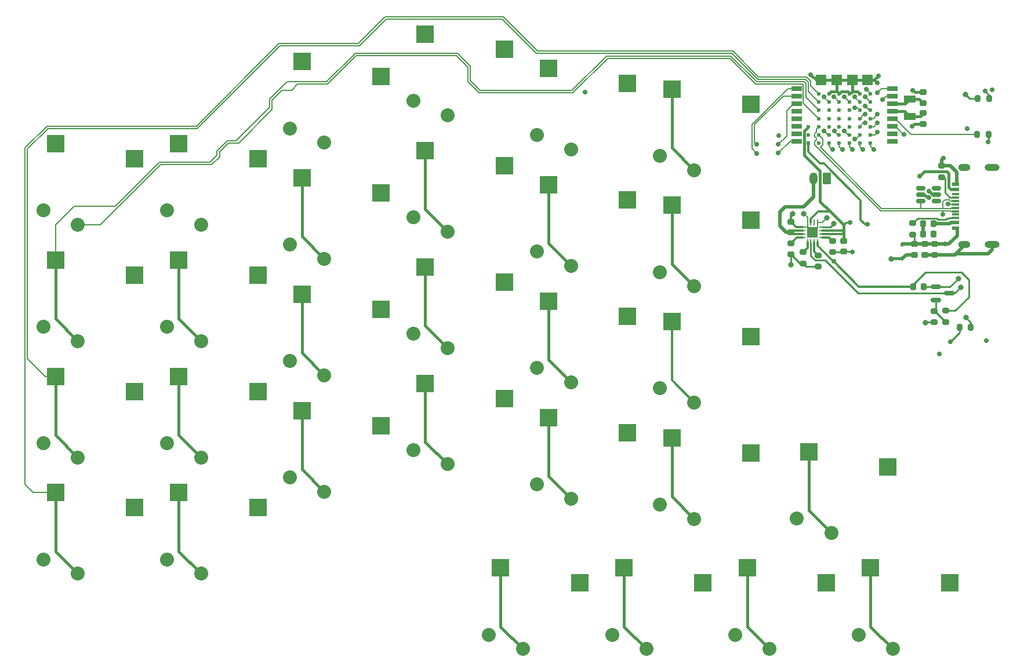
<source format=gbl>
G04 #@! TF.GenerationSoftware,KiCad,Pcbnew,7.0.9*
G04 #@! TF.CreationDate,2024-01-11T22:18:43+01:00*
G04 #@! TF.ProjectId,keyboard,6b657962-6f61-4726-942e-6b696361645f,v1.0.0*
G04 #@! TF.SameCoordinates,Original*
G04 #@! TF.FileFunction,Copper,L4,Bot*
G04 #@! TF.FilePolarity,Positive*
%FSLAX46Y46*%
G04 Gerber Fmt 4.6, Leading zero omitted, Abs format (unit mm)*
G04 Created by KiCad (PCBNEW 7.0.9) date 2024-01-11 22:18:43*
%MOMM*%
%LPD*%
G01*
G04 APERTURE LIST*
G04 Aperture macros list*
%AMRoundRect*
0 Rectangle with rounded corners*
0 $1 Rounding radius*
0 $2 $3 $4 $5 $6 $7 $8 $9 X,Y pos of 4 corners*
0 Add a 4 corners polygon primitive as box body*
4,1,4,$2,$3,$4,$5,$6,$7,$8,$9,$2,$3,0*
0 Add four circle primitives for the rounded corners*
1,1,$1+$1,$2,$3*
1,1,$1+$1,$4,$5*
1,1,$1+$1,$6,$7*
1,1,$1+$1,$8,$9*
0 Add four rect primitives between the rounded corners*
20,1,$1+$1,$2,$3,$4,$5,0*
20,1,$1+$1,$4,$5,$6,$7,0*
20,1,$1+$1,$6,$7,$8,$9,0*
20,1,$1+$1,$8,$9,$2,$3,0*%
G04 Aperture macros list end*
G04 #@! TA.AperFunction,SMDPad,CuDef*
%ADD10R,1.100000X0.600000*%
G04 #@! TD*
G04 #@! TA.AperFunction,SMDPad,CuDef*
%ADD11R,1.100000X0.300000*%
G04 #@! TD*
G04 #@! TA.AperFunction,ComponentPad*
%ADD12O,1.800000X1.000000*%
G04 #@! TD*
G04 #@! TA.AperFunction,ComponentPad*
%ADD13O,2.200000X1.000000*%
G04 #@! TD*
G04 #@! TA.AperFunction,SMDPad,CuDef*
%ADD14R,2.600000X2.600000*%
G04 #@! TD*
G04 #@! TA.AperFunction,ComponentPad*
%ADD15C,2.032000*%
G04 #@! TD*
G04 #@! TA.AperFunction,ComponentPad*
%ADD16RoundRect,0.250000X0.350000X0.625000X-0.350000X0.625000X-0.350000X-0.625000X0.350000X-0.625000X0*%
G04 #@! TD*
G04 #@! TA.AperFunction,ComponentPad*
%ADD17O,1.200000X1.750000*%
G04 #@! TD*
G04 #@! TA.AperFunction,SMDPad,CuDef*
%ADD18RoundRect,0.218750X-0.256250X0.218750X-0.256250X-0.218750X0.256250X-0.218750X0.256250X0.218750X0*%
G04 #@! TD*
G04 #@! TA.AperFunction,SMDPad,CuDef*
%ADD19RoundRect,0.200000X-0.275000X0.200000X-0.275000X-0.200000X0.275000X-0.200000X0.275000X0.200000X0*%
G04 #@! TD*
G04 #@! TA.AperFunction,SMDPad,CuDef*
%ADD20RoundRect,0.225000X-0.250000X0.225000X-0.250000X-0.225000X0.250000X-0.225000X0.250000X0.225000X0*%
G04 #@! TD*
G04 #@! TA.AperFunction,SMDPad,CuDef*
%ADD21RoundRect,0.200000X0.275000X-0.200000X0.275000X0.200000X-0.275000X0.200000X-0.275000X-0.200000X0*%
G04 #@! TD*
G04 #@! TA.AperFunction,SMDPad,CuDef*
%ADD22RoundRect,0.150000X-0.512500X-0.150000X0.512500X-0.150000X0.512500X0.150000X-0.512500X0.150000X0*%
G04 #@! TD*
G04 #@! TA.AperFunction,SMDPad,CuDef*
%ADD23RoundRect,0.200000X0.200000X0.275000X-0.200000X0.275000X-0.200000X-0.275000X0.200000X-0.275000X0*%
G04 #@! TD*
G04 #@! TA.AperFunction,SMDPad,CuDef*
%ADD24RoundRect,0.062500X-0.375000X-0.062500X0.375000X-0.062500X0.375000X0.062500X-0.375000X0.062500X0*%
G04 #@! TD*
G04 #@! TA.AperFunction,SMDPad,CuDef*
%ADD25RoundRect,0.062500X-0.062500X-0.375000X0.062500X-0.375000X0.062500X0.375000X-0.062500X0.375000X0*%
G04 #@! TD*
G04 #@! TA.AperFunction,SMDPad,CuDef*
%ADD26R,1.600000X1.600000*%
G04 #@! TD*
G04 #@! TA.AperFunction,SMDPad,CuDef*
%ADD27R,1.800000X1.000000*%
G04 #@! TD*
G04 #@! TA.AperFunction,SMDPad,CuDef*
%ADD28RoundRect,0.150000X-0.587500X-0.150000X0.587500X-0.150000X0.587500X0.150000X-0.587500X0.150000X0*%
G04 #@! TD*
G04 #@! TA.AperFunction,SMDPad,CuDef*
%ADD29RoundRect,0.218750X-0.218750X-0.256250X0.218750X-0.256250X0.218750X0.256250X-0.218750X0.256250X0*%
G04 #@! TD*
G04 #@! TA.AperFunction,SMDPad,CuDef*
%ADD30R,1.498600X0.698500*%
G04 #@! TD*
G04 #@! TA.AperFunction,SMDPad,CuDef*
%ADD31C,0.599440*%
G04 #@! TD*
G04 #@! TA.AperFunction,SMDPad,CuDef*
%ADD32R,1.498600X1.498600*%
G04 #@! TD*
G04 #@! TA.AperFunction,SMDPad,CuDef*
%ADD33R,0.599440X0.599440*%
G04 #@! TD*
G04 #@! TA.AperFunction,SMDPad,CuDef*
%ADD34RoundRect,0.225000X0.250000X-0.225000X0.250000X0.225000X-0.250000X0.225000X-0.250000X-0.225000X0*%
G04 #@! TD*
G04 #@! TA.AperFunction,SMDPad,CuDef*
%ADD35RoundRect,0.218750X0.218750X0.256250X-0.218750X0.256250X-0.218750X-0.256250X0.218750X-0.256250X0*%
G04 #@! TD*
G04 #@! TA.AperFunction,SMDPad,CuDef*
%ADD36RoundRect,0.200000X-0.200000X-0.275000X0.200000X-0.275000X0.200000X0.275000X-0.200000X0.275000X0*%
G04 #@! TD*
G04 #@! TA.AperFunction,SMDPad,CuDef*
%ADD37RoundRect,0.225000X-0.225000X-0.250000X0.225000X-0.250000X0.225000X0.250000X-0.225000X0.250000X0*%
G04 #@! TD*
G04 #@! TA.AperFunction,SMDPad,CuDef*
%ADD38RoundRect,0.112500X-0.112500X0.187500X-0.112500X-0.187500X0.112500X-0.187500X0.112500X0.187500X0*%
G04 #@! TD*
G04 #@! TA.AperFunction,ViaPad*
%ADD39C,0.700000*%
G04 #@! TD*
G04 #@! TA.AperFunction,ViaPad*
%ADD40C,0.800000*%
G04 #@! TD*
G04 #@! TA.AperFunction,Conductor*
%ADD41C,0.200000*%
G04 #@! TD*
G04 #@! TA.AperFunction,Conductor*
%ADD42C,0.250000*%
G04 #@! TD*
G04 #@! TA.AperFunction,Conductor*
%ADD43C,0.400000*%
G04 #@! TD*
G04 #@! TA.AperFunction,Conductor*
%ADD44C,0.500000*%
G04 #@! TD*
G04 #@! TA.AperFunction,Conductor*
%ADD45C,0.300000*%
G04 #@! TD*
G04 #@! TA.AperFunction,Conductor*
%ADD46C,0.150000*%
G04 #@! TD*
G04 #@! TA.AperFunction,Conductor*
%ADD47C,0.209600*%
G04 #@! TD*
G04 APERTURE END LIST*
D10*
X272260000Y-98800000D03*
X272260000Y-99600000D03*
D11*
X272260000Y-100750000D03*
X272260000Y-101750000D03*
X272260000Y-102250000D03*
X272260000Y-103250000D03*
D10*
X272255000Y-104400000D03*
X272260000Y-105200000D03*
X272260000Y-105200000D03*
X272255000Y-104400000D03*
D11*
X272260000Y-103750000D03*
X272260000Y-102750000D03*
X272260000Y-101250000D03*
X272260000Y-100250000D03*
D10*
X272260000Y-99600000D03*
X272260000Y-98800000D03*
D12*
X273585000Y-96375000D03*
D13*
X277610000Y-96380000D03*
X277610000Y-107620000D03*
D12*
X273585000Y-107625000D03*
D14*
X230845000Y-135890000D03*
D15*
X234120000Y-147740000D03*
X229120000Y-145640000D03*
D14*
X242395000Y-138090000D03*
X176845000Y-97890000D03*
D15*
X180120000Y-109740000D03*
X175120000Y-107640000D03*
D14*
X188395000Y-100090000D03*
X158845000Y-92890000D03*
D15*
X162120000Y-104740000D03*
X157120000Y-102640000D03*
D14*
X170395000Y-95090000D03*
X259845000Y-154890000D03*
D15*
X263120000Y-166740000D03*
X258120000Y-164640000D03*
D14*
X271395000Y-157090000D03*
X140845000Y-109890000D03*
D15*
X144120000Y-121740000D03*
X139120000Y-119640000D03*
D14*
X152395000Y-112090000D03*
X140845000Y-126890000D03*
D15*
X144120000Y-138740000D03*
X139120000Y-136640000D03*
D14*
X152395000Y-129090000D03*
X194845000Y-110890000D03*
D15*
X198120000Y-122740000D03*
X193120000Y-120640000D03*
D14*
X206395000Y-113090000D03*
X194845000Y-127890000D03*
D15*
X198120000Y-139740000D03*
X193120000Y-137640000D03*
D14*
X206395000Y-130090000D03*
X158845000Y-109890000D03*
D15*
X162120000Y-121740000D03*
X157120000Y-119640000D03*
D14*
X170395000Y-112090000D03*
X212845000Y-132890000D03*
D15*
X216120000Y-144740000D03*
X211120000Y-142640000D03*
D14*
X224395000Y-135090000D03*
X205845000Y-154890000D03*
D15*
X209120000Y-166740000D03*
X204120000Y-164640000D03*
D14*
X217395000Y-157090000D03*
X212845000Y-115890000D03*
D15*
X216120000Y-127740000D03*
X211120000Y-125640000D03*
D14*
X224395000Y-118090000D03*
X223845000Y-154890000D03*
D15*
X227120000Y-166740000D03*
X222120000Y-164640000D03*
D14*
X235395000Y-157090000D03*
X241845000Y-154890000D03*
D15*
X245120000Y-166740000D03*
X240120000Y-164640000D03*
D14*
X253395000Y-157090000D03*
X212845000Y-81890000D03*
D15*
X216120000Y-93740000D03*
X211120000Y-91640000D03*
D14*
X224395000Y-84090000D03*
X212845000Y-98890000D03*
D15*
X216120000Y-110740000D03*
X211120000Y-108640000D03*
D14*
X224395000Y-101090000D03*
X194845000Y-93890000D03*
D15*
X198120000Y-105740000D03*
X193120000Y-103640000D03*
D14*
X206395000Y-96090000D03*
X250845000Y-137890000D03*
D15*
X254120000Y-149740000D03*
X249120000Y-147640000D03*
D14*
X262395000Y-140090000D03*
X158845000Y-126890000D03*
D15*
X162120000Y-138740000D03*
X157120000Y-136640000D03*
D14*
X170395000Y-129090000D03*
D16*
X253500000Y-98000000D03*
D17*
X251500000Y-98000000D03*
D14*
X194845000Y-76890000D03*
D15*
X198120000Y-88740000D03*
X193120000Y-86640000D03*
D14*
X206395000Y-79090000D03*
X230845000Y-118890000D03*
D15*
X234120000Y-130740000D03*
X229120000Y-128640000D03*
D14*
X242395000Y-121090000D03*
X230845000Y-84890000D03*
D15*
X234120000Y-96740000D03*
X229120000Y-94640000D03*
D14*
X242395000Y-87090000D03*
X230845000Y-101890000D03*
D15*
X234120000Y-113740000D03*
X229120000Y-111640000D03*
D14*
X242395000Y-104090000D03*
X176845000Y-80890000D03*
D15*
X180120000Y-92740000D03*
X175120000Y-90640000D03*
D14*
X188395000Y-83090000D03*
X176845000Y-114890000D03*
D15*
X180120000Y-126740000D03*
X175120000Y-124640000D03*
D14*
X188395000Y-117090000D03*
X158845000Y-143890000D03*
D15*
X162120000Y-155740000D03*
X157120000Y-153640000D03*
D14*
X170395000Y-146090000D03*
X176845000Y-131890000D03*
D15*
X180120000Y-143740000D03*
X175120000Y-141640000D03*
D14*
X188395000Y-134090000D03*
X140845000Y-143890000D03*
D15*
X144120000Y-155740000D03*
X139120000Y-153640000D03*
D14*
X152395000Y-146090000D03*
X140845000Y-92890000D03*
D15*
X144120000Y-104740000D03*
X139120000Y-102640000D03*
D14*
X152395000Y-95090000D03*
D18*
X266262500Y-107537500D03*
X266262500Y-109112500D03*
D19*
X270275000Y-96100000D03*
X270275000Y-97750000D03*
D20*
X255912500Y-107112500D03*
X255912500Y-108662500D03*
D21*
X269262500Y-109150000D03*
X269262500Y-107500000D03*
D19*
X252250000Y-109200000D03*
X252250000Y-110850000D03*
D22*
X267212500Y-101256974D03*
X267212500Y-100306974D03*
X267212500Y-99356974D03*
X269487500Y-99356974D03*
X269487500Y-100306974D03*
X269487500Y-101256974D03*
D23*
X277175000Y-86300000D03*
X275525000Y-86300000D03*
D21*
X266050000Y-106150000D03*
X266050000Y-104500000D03*
D23*
X274500000Y-119750000D03*
X272850000Y-119750000D03*
D24*
X249962500Y-106587500D03*
X249962500Y-106087500D03*
X249962500Y-105587500D03*
X249962500Y-105087500D03*
D25*
X250650000Y-104400000D03*
X251150000Y-104400000D03*
X251650000Y-104400000D03*
X252150000Y-104400000D03*
D24*
X252837500Y-105087500D03*
X252837500Y-105587500D03*
X252837500Y-106087500D03*
X252837500Y-106587500D03*
D25*
X252150000Y-107275000D03*
X251650000Y-107275000D03*
X251150000Y-107275000D03*
X250650000Y-107275000D03*
D26*
X251400000Y-105837500D03*
D19*
X269175000Y-117325000D03*
X269175000Y-118975000D03*
D27*
X265560000Y-88860000D03*
X265560000Y-86360000D03*
D28*
X269437500Y-115700000D03*
X269437500Y-113800000D03*
X271312500Y-114750000D03*
D29*
X267512500Y-106075000D03*
X269087500Y-106075000D03*
D30*
X263048400Y-84799300D03*
X263048400Y-85899120D03*
X263048400Y-86998940D03*
X263048400Y-88098760D03*
X263048400Y-89198580D03*
X263048400Y-90298400D03*
X263048400Y-91398220D03*
X263048400Y-92498040D03*
X249050460Y-92498040D03*
X249050460Y-91398220D03*
X249050460Y-90298400D03*
X249050460Y-89198580D03*
X249050460Y-88098760D03*
X249050460Y-86998940D03*
X249050460Y-85899120D03*
X249050460Y-84799300D03*
D31*
X258298600Y-85599400D03*
X258298600Y-86798280D03*
X258298600Y-87999700D03*
X258298600Y-89198580D03*
X258298600Y-90400000D03*
X258298600Y-91598880D03*
X258298600Y-92800300D03*
X256800000Y-85599400D03*
X256800000Y-86798280D03*
X256800000Y-87999700D03*
X256800000Y-89198580D03*
X256800000Y-90400000D03*
X256800000Y-91598880D03*
X256800000Y-92800300D03*
X255298860Y-85599400D03*
X255298860Y-86798280D03*
X255298860Y-87999700D03*
X255298860Y-89198580D03*
X255298860Y-90400000D03*
X255298860Y-91598880D03*
X255298860Y-92800300D03*
X253800260Y-85599400D03*
X253800260Y-86798280D03*
X253800260Y-87999700D03*
X253800260Y-89198580D03*
X253800260Y-90400000D03*
X253800260Y-91598880D03*
X253800260Y-92800300D03*
X252299120Y-85599400D03*
X252299120Y-86798280D03*
X252299120Y-87999700D03*
X252299120Y-89198580D03*
X252299120Y-90400000D03*
X252299120Y-91598880D03*
X252299120Y-92800300D03*
D32*
X259418740Y-83597880D03*
X257170840Y-83597880D03*
X254920400Y-83597880D03*
X252669960Y-83597880D03*
D31*
X250800520Y-90400000D03*
X250800520Y-91598880D03*
D33*
X250800520Y-92800300D03*
D31*
X259799740Y-85599400D03*
X259799740Y-86798280D03*
X259799740Y-87999700D03*
X259799740Y-89198580D03*
X259799740Y-90400000D03*
X259799740Y-91598880D03*
X259799740Y-92800300D03*
D19*
X250000000Y-108750000D03*
X250000000Y-110400000D03*
D34*
X267520000Y-89975000D03*
X267520000Y-88425000D03*
D19*
X270825000Y-117300000D03*
X270825000Y-118950000D03*
D20*
X267520000Y-85365000D03*
X267520000Y-86915000D03*
D35*
X269087500Y-104575000D03*
X267512500Y-104575000D03*
D36*
X275425000Y-91500000D03*
X277075000Y-91500000D03*
D37*
X266100000Y-113750000D03*
X267650000Y-113750000D03*
D38*
X264512500Y-107575000D03*
X264512500Y-109675000D03*
D19*
X254362500Y-107062500D03*
X254362500Y-108712500D03*
X248262500Y-107412500D03*
X248262500Y-109062500D03*
D20*
X267762500Y-107550000D03*
X267762500Y-109100000D03*
D34*
X248262500Y-105862500D03*
X248262500Y-104312500D03*
D39*
X270750000Y-107550000D03*
X270500000Y-95000000D03*
X269087500Y-106075000D03*
X254463496Y-110036504D03*
X268350201Y-99825862D03*
X259400000Y-104680000D03*
X170440000Y-146130000D03*
X206380000Y-79250000D03*
X271390000Y-157090000D03*
X242410000Y-138090000D03*
X257250000Y-108750000D03*
X188410000Y-100090000D03*
X188430000Y-83060000D03*
D40*
X250100000Y-103100000D03*
D39*
X224500000Y-84250000D03*
D40*
X248250000Y-110590000D03*
D39*
X246430000Y-91730000D03*
X265970000Y-90310002D03*
X152440000Y-146170000D03*
X242400000Y-121160000D03*
X206370000Y-130080000D03*
X152180000Y-95290000D03*
X260880000Y-84030000D03*
X224400000Y-118140000D03*
D40*
X248500000Y-103100000D03*
D39*
X188440000Y-117060000D03*
X268349842Y-100788006D03*
X276800000Y-121700000D03*
X266050000Y-85070000D03*
X273950000Y-90700000D03*
X224640000Y-101060000D03*
X242045995Y-87365995D03*
X152400000Y-129080000D03*
X242390000Y-104130000D03*
X206550000Y-113090000D03*
D40*
X262862500Y-109725000D03*
D39*
X260990000Y-82970000D03*
X235410000Y-157040000D03*
X251139886Y-82768839D03*
X217340000Y-157180000D03*
D40*
X253500000Y-103700000D03*
D39*
X206700000Y-95830000D03*
X170380000Y-95150000D03*
X262390000Y-140110000D03*
X170250000Y-111950000D03*
X152410000Y-112110000D03*
X188410000Y-134110000D03*
X253410000Y-157070000D03*
D40*
X272690000Y-112565000D03*
X267900000Y-119000000D03*
D39*
X224630000Y-134990000D03*
X170470000Y-129120000D03*
X271540000Y-121820000D03*
X256870000Y-104360000D03*
X277620000Y-85020000D03*
X267030000Y-97610000D03*
X269087500Y-104575000D03*
X271154779Y-101715900D03*
X270450000Y-103175000D03*
X269487482Y-101256956D03*
X246399994Y-94270000D03*
X243280000Y-94300000D03*
X246410000Y-93000000D03*
X269900000Y-123600000D03*
X243200000Y-93000000D03*
X276560000Y-85200000D03*
X277040000Y-92600000D03*
D40*
X273005423Y-113894577D03*
X254500000Y-104600000D03*
X273705423Y-85705423D03*
X273800000Y-118300000D03*
D39*
X260820000Y-85450000D03*
X261590000Y-86450000D03*
X264710000Y-91530000D03*
X259210000Y-84950000D03*
X218200000Y-85360000D03*
X259050000Y-86040000D03*
X212845000Y-81890000D03*
X259070000Y-89859500D03*
X212845000Y-98890000D03*
X260330000Y-93740000D03*
X259050000Y-87400000D03*
X194845000Y-76890000D03*
X176845000Y-80890000D03*
X257570000Y-87599500D03*
X212845000Y-115890000D03*
X260890000Y-91210000D03*
X258770000Y-93750000D03*
X257570000Y-86000000D03*
X260870000Y-88590000D03*
X194845000Y-93890000D03*
X230845000Y-118890000D03*
X257539998Y-92210000D03*
X257220000Y-93760000D03*
X194845000Y-127890000D03*
X254530000Y-86060000D03*
X259080002Y-88579996D03*
X176845000Y-97890000D03*
X256040000Y-90990000D03*
X255730000Y-93750000D03*
X253090000Y-86060000D03*
X230845000Y-84890000D03*
X254570000Y-91040000D03*
X254290000Y-93750000D03*
X158845000Y-92890000D03*
X256050000Y-86040000D03*
X253050000Y-91000000D03*
X194845000Y-110890000D03*
X140845000Y-92890000D03*
X260890000Y-89870000D03*
X230845000Y-101890000D03*
D41*
X270721913Y-101075000D02*
X270450000Y-101346913D01*
D42*
X271475000Y-100750000D02*
X270750000Y-100025000D01*
D41*
X271319670Y-101125000D02*
X271269670Y-101075000D01*
X271419670Y-101125000D02*
X271319670Y-101125000D01*
X271544670Y-101250000D02*
X271419670Y-101125000D01*
X271269670Y-101075000D02*
X270721913Y-101075000D01*
X270450000Y-101346913D02*
X270450000Y-102320200D01*
D42*
X270750000Y-100025000D02*
X270750000Y-97975000D01*
D41*
X272460000Y-101250000D02*
X271544670Y-101250000D01*
D42*
X272460000Y-100750000D02*
X271475000Y-100750000D01*
X270750000Y-97975000D02*
X270525000Y-97750000D01*
D43*
X272460000Y-99600000D02*
X271610000Y-99600000D01*
X271610000Y-99600000D02*
X271275000Y-99265000D01*
X271275000Y-99265000D02*
X271275000Y-97170930D01*
X271275000Y-97170930D02*
X271039070Y-96935000D01*
X271039070Y-96935000D02*
X267705000Y-96935000D01*
X267705000Y-96935000D02*
X267030000Y-97610000D01*
D44*
X272460000Y-98800000D02*
X272460000Y-97040000D01*
X272460000Y-97040000D02*
X271520000Y-96100000D01*
X271520000Y-96100000D02*
X270275000Y-96100000D01*
X270275000Y-96100000D02*
X270275000Y-95225000D01*
X270275000Y-95225000D02*
X270500000Y-95000000D01*
D41*
X156065026Y-95580000D02*
X149615026Y-102030000D01*
X174675026Y-83830000D02*
X172150000Y-86355026D01*
X201430000Y-81535025D02*
X199534974Y-79640000D01*
X252299120Y-87999700D02*
X250399760Y-86100340D01*
X250399760Y-86100340D02*
X250399760Y-84055075D01*
X239450052Y-80060000D02*
X221280000Y-80060000D01*
X165955026Y-92450000D02*
X164450000Y-93955026D01*
X243240102Y-83850050D02*
X239450052Y-80060000D01*
X221280000Y-80060000D02*
X216230000Y-85110000D01*
X164450000Y-93955026D02*
X164450000Y-94550000D01*
X250399760Y-84055075D02*
X250194735Y-83850050D01*
X140845000Y-104735000D02*
X140845000Y-109890000D01*
X164800000Y-94100000D02*
X164800000Y-94794974D01*
X172150000Y-86355026D02*
X172150000Y-87550000D01*
X201430000Y-83690000D02*
X201430000Y-81535025D01*
X180430000Y-83830000D02*
X174675026Y-83830000D01*
X143550000Y-102030000D02*
X140845000Y-104735000D01*
X149615026Y-102030000D02*
X143550000Y-102030000D01*
X252299120Y-89198580D02*
X250049760Y-86949220D01*
X166100000Y-92800000D02*
X164800000Y-94100000D01*
X199534974Y-79640000D02*
X184620000Y-79640000D01*
X156210000Y-95930000D02*
X147400000Y-104740000D01*
X163420000Y-95580000D02*
X156065026Y-95580000D01*
X250049760Y-84200050D02*
X243095128Y-84200050D01*
X250194735Y-83850050D02*
X243240102Y-83850050D01*
X167250000Y-92450000D02*
X165955026Y-92450000D01*
X172150000Y-87550000D02*
X167250000Y-92450000D01*
X250049760Y-86949220D02*
X250049760Y-84200050D01*
X184620000Y-79640000D02*
X180430000Y-83830000D01*
X202850000Y-85110000D02*
X201430000Y-83690000D01*
X164450000Y-94550000D02*
X163420000Y-95580000D01*
X216230000Y-85110000D02*
X202850000Y-85110000D01*
X243095128Y-84200050D02*
X239305078Y-80410000D01*
X239305078Y-80410000D02*
X221440000Y-80410000D01*
X221440000Y-80410000D02*
X216390000Y-85460000D01*
X216390000Y-85460000D02*
X202705026Y-85460000D01*
X202705026Y-85460000D02*
X201080000Y-83834974D01*
X201080000Y-83834974D02*
X201080000Y-81680000D01*
X201080000Y-81680000D02*
X199400000Y-80000000D01*
X199400000Y-80000000D02*
X184754974Y-80000000D01*
X184754974Y-80000000D02*
X180574974Y-84180000D01*
X180574974Y-84180000D02*
X176214974Y-84180000D01*
X176214974Y-84180000D02*
X175294974Y-85100000D01*
X175294974Y-85100000D02*
X173900000Y-85100000D01*
X173900000Y-85100000D02*
X172500000Y-86500000D01*
X172500000Y-86500000D02*
X172500000Y-87894974D01*
X172500000Y-87894974D02*
X167594974Y-92800000D01*
X167594974Y-92800000D02*
X166100000Y-92800000D01*
X164800000Y-94794974D02*
X163664974Y-95930000D01*
X163664974Y-95930000D02*
X156210000Y-95930000D01*
X147400000Y-104740000D02*
X144120000Y-104740000D01*
D44*
X267762500Y-107550000D02*
X266275000Y-107550000D01*
D42*
X266262500Y-106362500D02*
X266050000Y-106150000D01*
D44*
X266275000Y-107550000D02*
X266262500Y-107537500D01*
X271300000Y-107550000D02*
X270750000Y-107550000D01*
X266262500Y-107537500D02*
X264550000Y-107537500D01*
X272550000Y-105200000D02*
X272550000Y-106300000D01*
X264550000Y-107537500D02*
X264512500Y-107575000D01*
D42*
X266262500Y-107537500D02*
X266262500Y-106362500D01*
D44*
X270750000Y-107550000D02*
X267762500Y-107550000D01*
X272550000Y-106300000D02*
X271300000Y-107550000D01*
X272300000Y-109000000D02*
X277000000Y-109000000D01*
X277610000Y-108390000D02*
X277610000Y-107620000D01*
X272200000Y-109100000D02*
X273675000Y-107625000D01*
X267762500Y-109100000D02*
X272200000Y-109100000D01*
X272200000Y-109100000D02*
X272300000Y-109000000D01*
X277000000Y-109000000D02*
X277610000Y-108390000D01*
D45*
X252150000Y-107758358D02*
X254428146Y-110036504D01*
D42*
X274220000Y-112800000D02*
X273130000Y-111710000D01*
X267850000Y-111710000D02*
X266100000Y-113460000D01*
D45*
X258420256Y-104060256D02*
X259040000Y-104680000D01*
D42*
X266100000Y-113460000D02*
X266100000Y-113750000D01*
D45*
X252150000Y-107275000D02*
X252150000Y-107758358D01*
X253019744Y-95760000D02*
X258420256Y-101160512D01*
X258420256Y-101160512D02*
X258420256Y-104060256D01*
D43*
X269487500Y-100306974D02*
X268929471Y-100306974D01*
D45*
X254428146Y-110036504D02*
X254463496Y-110036504D01*
D42*
X274220000Y-115300000D02*
X274220000Y-112800000D01*
D45*
X258176992Y-113750000D02*
X254463496Y-110036504D01*
X250800520Y-94080520D02*
X252480000Y-95760000D01*
D42*
X273130000Y-111710000D02*
X267850000Y-111710000D01*
D45*
X259040000Y-104680000D02*
X259400000Y-104680000D01*
D42*
X272220000Y-117300000D02*
X274220000Y-115300000D01*
D43*
X268448359Y-99825862D02*
X268350201Y-99825862D01*
X268929471Y-100306974D02*
X268448359Y-99825862D01*
D45*
X250800520Y-92800300D02*
X250800520Y-94080520D01*
X266100000Y-113750000D02*
X258176992Y-113750000D01*
D42*
X270825000Y-117300000D02*
X272220000Y-117300000D01*
D45*
X252480000Y-95760000D02*
X253019744Y-95760000D01*
D46*
X188400000Y-83090000D02*
X188430000Y-83060000D01*
D42*
X254362500Y-108712500D02*
X255862500Y-108712500D01*
D43*
X267212500Y-100306974D02*
X267706974Y-100306974D01*
X267706974Y-100306974D02*
X268275000Y-100875000D01*
D42*
X269387500Y-113750000D02*
X269437500Y-113800000D01*
D45*
X248262500Y-103337500D02*
X248500000Y-103100000D01*
D46*
X188395000Y-134090000D02*
X188395000Y-134095000D01*
D43*
X260447880Y-83597880D02*
X260880000Y-84030000D01*
X267520000Y-89975000D02*
X266305002Y-89975000D01*
D46*
X242395000Y-138090000D02*
X242410000Y-138090000D01*
D43*
X253800260Y-85599400D02*
X254099980Y-85299680D01*
D46*
X152395000Y-129090000D02*
X152395000Y-129085000D01*
X170395000Y-146090000D02*
X170400000Y-146090000D01*
X217395000Y-157090000D02*
X217395000Y-157125000D01*
X206380000Y-130090000D02*
X206370000Y-130080000D01*
D43*
X259418740Y-83597880D02*
X260362120Y-83597880D01*
X260362120Y-83597880D02*
X260990000Y-82970000D01*
X251968927Y-83597880D02*
X251139886Y-82768839D01*
D42*
X267925000Y-118975000D02*
X267900000Y-119000000D01*
X250000000Y-110400000D02*
X249600000Y-110400000D01*
D41*
X250650000Y-104400000D02*
X250650000Y-105087500D01*
D46*
X235395000Y-157090000D02*
X235395000Y-157055000D01*
D41*
X250650000Y-105087500D02*
X251400000Y-105837500D01*
D45*
X248262500Y-104312500D02*
X248262500Y-103337500D01*
D46*
X224610000Y-101090000D02*
X224640000Y-101060000D01*
D41*
X252800000Y-104400000D02*
X253500000Y-103700000D01*
X249962500Y-105087500D02*
X250650000Y-105087500D01*
D45*
X249037500Y-105087500D02*
X248262500Y-104312500D01*
D42*
X252250000Y-110850000D02*
X250450000Y-110850000D01*
D43*
X254920400Y-83597880D02*
X252669960Y-83597880D01*
D41*
X252150000Y-104400000D02*
X252800000Y-104400000D01*
X250650000Y-104400000D02*
X250650000Y-103650000D01*
D46*
X152395000Y-129085000D02*
X152400000Y-129080000D01*
X235395000Y-157055000D02*
X235410000Y-157040000D01*
D42*
X271455000Y-113800000D02*
X272690000Y-112565000D01*
D46*
X188395000Y-134095000D02*
X188410000Y-134110000D01*
X152395000Y-95090000D02*
X152380000Y-95090000D01*
X224395000Y-84090000D02*
X224395000Y-84145000D01*
X242395000Y-104090000D02*
X242395000Y-104125000D01*
X152395000Y-112095000D02*
X152410000Y-112110000D01*
D43*
X257929200Y-85230000D02*
X258298600Y-85599400D01*
D46*
X262395000Y-140105000D02*
X262390000Y-140110000D01*
X253395000Y-157090000D02*
X253395000Y-157085000D01*
X224395000Y-118090000D02*
X224395000Y-118135000D01*
X206395000Y-96090000D02*
X206440000Y-96090000D01*
D42*
X255912500Y-108662500D02*
X256750000Y-108662500D01*
X248262500Y-110577500D02*
X248250000Y-110590000D01*
D46*
X206395000Y-79235000D02*
X206380000Y-79250000D01*
D42*
X250450000Y-110850000D02*
X250000000Y-110400000D01*
D46*
X242395000Y-104125000D02*
X242390000Y-104130000D01*
D43*
X254099980Y-85299680D02*
X254999140Y-85299680D01*
D46*
X253395000Y-157085000D02*
X253410000Y-157070000D01*
X170400000Y-146090000D02*
X170440000Y-146130000D01*
X242395000Y-121155000D02*
X242400000Y-121160000D01*
X224395000Y-118135000D02*
X224400000Y-118140000D01*
D43*
X254999140Y-85299680D02*
X255298860Y-85599400D01*
D46*
X206395000Y-79090000D02*
X206395000Y-79235000D01*
D43*
X252669960Y-83597880D02*
X251968927Y-83597880D01*
X257170840Y-85228560D02*
X257170840Y-83597880D01*
D41*
X252100000Y-105137500D02*
X251400000Y-105837500D01*
D43*
X254920400Y-83597880D02*
X257170840Y-83597880D01*
X264512500Y-109675000D02*
X262912500Y-109675000D01*
D46*
X224530000Y-135090000D02*
X224630000Y-134990000D01*
X224395000Y-84145000D02*
X224500000Y-84250000D01*
D45*
X249962500Y-105087500D02*
X249037500Y-105087500D01*
D44*
X265075000Y-109112500D02*
X264512500Y-109675000D01*
D43*
X266305002Y-89975000D02*
X265970000Y-90310002D01*
D46*
X206395000Y-113090000D02*
X206550000Y-113090000D01*
X242119005Y-87365995D02*
X242045995Y-87365995D01*
D43*
X256500280Y-85299680D02*
X256800000Y-85599400D01*
X256800000Y-85599400D02*
X257169400Y-85230000D01*
D42*
X248262500Y-109062500D02*
X248262500Y-110577500D01*
D43*
X259418740Y-83597880D02*
X257170840Y-83597880D01*
D46*
X188395000Y-117090000D02*
X188410000Y-117090000D01*
X188395000Y-83090000D02*
X188400000Y-83090000D01*
X152395000Y-146090000D02*
X152395000Y-146125000D01*
D42*
X269175000Y-118975000D02*
X267925000Y-118975000D01*
D46*
X188395000Y-100090000D02*
X188410000Y-100090000D01*
X224395000Y-135090000D02*
X224530000Y-135090000D01*
X188410000Y-117090000D02*
X188440000Y-117060000D01*
D44*
X266262500Y-109112500D02*
X265075000Y-109112500D01*
D41*
X252150000Y-104400000D02*
X252100000Y-104450000D01*
D43*
X254920400Y-85220940D02*
X254920400Y-83597880D01*
X267520000Y-85365000D02*
X266345000Y-85365000D01*
D46*
X262395000Y-140090000D02*
X262395000Y-140105000D01*
X152380000Y-95090000D02*
X152180000Y-95290000D01*
X242395000Y-121090000D02*
X242395000Y-121155000D01*
X170395000Y-112090000D02*
X170390000Y-112090000D01*
X152395000Y-112090000D02*
X152395000Y-112095000D01*
X152395000Y-146125000D02*
X152440000Y-146170000D01*
X206395000Y-130090000D02*
X206380000Y-130090000D01*
D43*
X255598580Y-85299680D02*
X256500280Y-85299680D01*
X259418740Y-83597880D02*
X260447880Y-83597880D01*
D46*
X170390000Y-112090000D02*
X170250000Y-111950000D01*
D43*
X266345000Y-85365000D02*
X266050000Y-85070000D01*
D41*
X252100000Y-104450000D02*
X252100000Y-105137500D01*
D46*
X224395000Y-101090000D02*
X224610000Y-101090000D01*
X170395000Y-95090000D02*
X170395000Y-95135000D01*
D42*
X249600000Y-110400000D02*
X248262500Y-109062500D01*
D46*
X271395000Y-157090000D02*
X271390000Y-157090000D01*
X170395000Y-129090000D02*
X170440000Y-129090000D01*
D43*
X255298860Y-85599400D02*
X255598580Y-85299680D01*
X254999140Y-85299680D02*
X254920400Y-85220940D01*
X256800000Y-85599400D02*
X257170840Y-85228560D01*
D46*
X217395000Y-157125000D02*
X217340000Y-157180000D01*
X242395000Y-87090000D02*
X242119005Y-87365995D01*
D43*
X257169400Y-85230000D02*
X257929200Y-85230000D01*
D42*
X256750000Y-108662500D02*
X257162500Y-108662500D01*
X267650000Y-113750000D02*
X269387500Y-113750000D01*
D46*
X170395000Y-95135000D02*
X170380000Y-95150000D01*
D43*
X262912500Y-109675000D02*
X262862500Y-109725000D01*
D42*
X269437500Y-113800000D02*
X271455000Y-113800000D01*
D46*
X170440000Y-129090000D02*
X170470000Y-129120000D01*
X206440000Y-96090000D02*
X206700000Y-95830000D01*
D42*
X255862500Y-108712500D02*
X255912500Y-108662500D01*
D41*
X250650000Y-103650000D02*
X250100000Y-103100000D01*
D42*
X257162500Y-108662500D02*
X257250000Y-108750000D01*
D45*
X248487500Y-106087500D02*
X248262500Y-105862500D01*
D44*
X251500000Y-100700000D02*
X250100000Y-102100000D01*
D45*
X249962500Y-106087500D02*
X248487500Y-106087500D01*
D44*
X247400000Y-102100000D02*
X246600000Y-102900000D01*
X250100000Y-102100000D02*
X247400000Y-102100000D01*
D45*
X248537500Y-105587500D02*
X248262500Y-105862500D01*
D44*
X251500000Y-98000000D02*
X251500000Y-100700000D01*
X246600000Y-104900000D02*
X247562500Y-105862500D01*
D45*
X249962500Y-105587500D02*
X248537500Y-105587500D01*
D44*
X247562500Y-105862500D02*
X248262500Y-105862500D01*
X246600000Y-102900000D02*
X246600000Y-104900000D01*
D42*
X272850000Y-120510000D02*
X271540000Y-121820000D01*
X272850000Y-119750000D02*
X272850000Y-120510000D01*
D43*
X255912500Y-106187500D02*
X255912500Y-107112500D01*
D42*
X256290000Y-104360000D02*
X255912500Y-104737500D01*
D45*
X255680000Y-105587500D02*
X255912500Y-105820000D01*
D43*
X255912500Y-104737500D02*
X255912500Y-106187500D01*
D45*
X255912500Y-105820000D02*
X255912500Y-106187500D01*
X252837500Y-105587500D02*
X255680000Y-105587500D01*
X251150000Y-103877404D02*
X252207404Y-102820000D01*
X251150000Y-104400000D02*
X251150000Y-103877404D01*
D43*
X253995000Y-102820000D02*
X255912500Y-104737500D01*
X250800520Y-90400000D02*
X250150800Y-91049720D01*
X252490000Y-96900000D02*
X252490000Y-101315000D01*
D45*
X255812500Y-106087500D02*
X252837500Y-106087500D01*
D43*
X252490000Y-101315000D02*
X253995000Y-102820000D01*
X250150800Y-91049720D02*
X250150800Y-94560800D01*
X250150800Y-94560800D02*
X252490000Y-96900000D01*
D45*
X255912500Y-106187500D02*
X255812500Y-106087500D01*
X252207404Y-102820000D02*
X253995000Y-102820000D01*
D42*
X256870000Y-104360000D02*
X256290000Y-104360000D01*
D43*
X264921060Y-86998940D02*
X265560000Y-86360000D01*
X266965000Y-86360000D02*
X267520000Y-86915000D01*
X265560000Y-86360000D02*
X266965000Y-86360000D01*
X263048400Y-86998940D02*
X264921060Y-86998940D01*
X263048400Y-88098760D02*
X264798760Y-88098760D01*
X264798760Y-88098760D02*
X265560000Y-88860000D01*
X265560000Y-88860000D02*
X267085000Y-88860000D01*
X267085000Y-88860000D02*
X267520000Y-88425000D01*
D44*
X267512500Y-104575000D02*
X267512500Y-106075000D01*
X271460000Y-104575000D02*
X269087500Y-104575000D01*
X272455000Y-104400000D02*
X271635000Y-104400000D01*
X271635000Y-104400000D02*
X271460000Y-104575000D01*
D43*
X269262500Y-104750000D02*
X269087500Y-104575000D01*
D41*
X271154779Y-101715900D02*
X271188879Y-101750000D01*
D47*
X270450000Y-102754800D02*
X270375000Y-102679800D01*
X251744600Y-91369190D02*
X251939520Y-91174270D01*
X251939520Y-90759600D02*
X252299120Y-90400000D01*
X251939520Y-91174270D02*
X251939520Y-90759600D01*
X272460000Y-102750000D02*
X271634999Y-102750000D01*
X251744600Y-91828570D02*
X251744600Y-91369190D01*
D41*
X269587500Y-101356974D02*
X269487482Y-101256956D01*
D47*
X271564799Y-102679800D02*
X270375000Y-102679800D01*
X261323699Y-102679800D02*
X251694600Y-93050701D01*
X270375000Y-102679800D02*
X261323699Y-102679800D01*
D41*
X271188879Y-101750000D02*
X272460000Y-101750000D01*
D47*
X251939520Y-92023490D02*
X251744600Y-91828570D01*
X251694600Y-93050701D02*
X251694600Y-92549899D01*
X270450000Y-103175000D02*
X270450000Y-102754800D01*
X251939520Y-92304979D02*
X251939520Y-92023490D01*
X251694600Y-92549899D02*
X251939520Y-92304979D01*
X271634999Y-102750000D02*
X271564799Y-102679800D01*
X271634999Y-102250000D02*
X271564799Y-102320200D01*
D41*
X267212500Y-102282700D02*
X267212500Y-101256974D01*
D47*
X267250000Y-102320200D02*
X261472651Y-102320200D01*
D41*
X267250000Y-102320200D02*
X267212500Y-102282700D01*
D47*
X272460000Y-102250000D02*
X271634999Y-102250000D01*
X252903640Y-92203400D02*
X252299120Y-91598880D01*
X270429800Y-102320000D02*
X267270200Y-102320000D01*
X267270200Y-102300000D02*
X267250000Y-102320200D01*
X252553396Y-93400945D02*
X252903640Y-93050701D01*
X252903640Y-93050701D02*
X252903640Y-92203400D01*
X261472651Y-102320200D02*
X252553396Y-93400945D01*
X270450000Y-102320200D02*
X270429800Y-102300000D01*
X271564799Y-102320200D02*
X270450000Y-102320200D01*
D42*
X271350000Y-103775000D02*
X271375000Y-103750000D01*
X271375000Y-103750000D02*
X271700000Y-103750000D01*
X269537540Y-103775000D02*
X269762540Y-104000000D01*
X266775000Y-103775000D02*
X269537540Y-103775000D01*
X270800000Y-104000000D02*
X271025000Y-103775000D01*
X271025000Y-103775000D02*
X271350000Y-103775000D01*
X269762540Y-104000000D02*
X270800000Y-104000000D01*
X271700000Y-103750000D02*
X272460000Y-103750000D01*
X266050000Y-104500000D02*
X266775000Y-103775000D01*
D46*
X249050460Y-92498040D02*
X248171954Y-92498040D01*
X248171954Y-92498040D02*
X246399994Y-94270000D01*
X242530000Y-90066520D02*
X242530000Y-93550000D01*
X247797220Y-84799300D02*
X242530000Y-90066520D01*
X242530000Y-93550000D02*
X243280000Y-94300000D01*
X249050460Y-84799300D02*
X247797220Y-84799300D01*
X249050460Y-86998940D02*
X248650410Y-86998940D01*
X247620000Y-91790000D02*
X246410000Y-93000000D01*
X248650410Y-86998940D02*
X247620000Y-88029350D01*
X247620000Y-88029350D02*
X247620000Y-91790000D01*
X249050460Y-85899120D02*
X247121664Y-85899120D01*
X242933700Y-92733700D02*
X243200000Y-93000000D01*
X247121664Y-85899120D02*
X242933700Y-90087084D01*
X242933700Y-90087084D02*
X242933700Y-92733700D01*
D42*
X277175000Y-85815000D02*
X276560000Y-85200000D01*
X277175000Y-86300000D02*
X277175000Y-85815000D01*
X277075000Y-91500000D02*
X277075000Y-92565000D01*
X277075000Y-92565000D02*
X277040000Y-92600000D01*
X269437500Y-117062500D02*
X269175000Y-117325000D01*
X269437500Y-115700000D02*
X269437500Y-117062500D01*
X269175000Y-117325000D02*
X269200000Y-117325000D01*
X269200000Y-117325000D02*
X270825000Y-118950000D01*
X251150000Y-107275000D02*
X251150000Y-109323004D01*
X258038554Y-114750000D02*
X271312500Y-114750000D01*
X271312500Y-114750000D02*
X272150000Y-114750000D01*
X251150000Y-109323004D02*
X251751996Y-109925000D01*
X253213554Y-109925000D02*
X258038554Y-114750000D01*
X251751996Y-109925000D02*
X253213554Y-109925000D01*
X272150000Y-114750000D02*
X273005423Y-113894577D01*
D45*
X251650000Y-108600000D02*
X251650000Y-107275000D01*
X252250000Y-109200000D02*
X251650000Y-108600000D01*
X253812500Y-106587500D02*
X252837500Y-106587500D01*
X254362500Y-107062500D02*
X254287500Y-107062500D01*
X254287500Y-107062500D02*
X253812500Y-106587500D01*
X250662500Y-108087500D02*
X250662500Y-107287500D01*
X250662500Y-107287500D02*
X250650000Y-107275000D01*
X250000000Y-108750000D02*
X250662500Y-108087500D01*
X249087500Y-106587500D02*
X248262500Y-107412500D01*
X249962500Y-106587500D02*
X249087500Y-106587500D01*
D42*
X252837500Y-105087500D02*
X254012500Y-105087500D01*
X275525000Y-86300000D02*
X274300000Y-86300000D01*
X254012500Y-105087500D02*
X254500000Y-104600000D01*
X274300000Y-86300000D02*
X273705423Y-85705423D01*
X274500000Y-119750000D02*
X274500000Y-119000000D01*
X274500000Y-119000000D02*
X273800000Y-118300000D01*
D43*
X245120000Y-166740000D02*
X241845000Y-163465000D01*
D41*
X261470700Y-84799300D02*
X260820000Y-85450000D01*
X263048400Y-84799300D02*
X261470700Y-84799300D01*
D43*
X241845000Y-163465000D02*
X241845000Y-154890000D01*
D41*
X263048400Y-85899120D02*
X262140880Y-85899120D01*
D43*
X254120000Y-149740000D02*
X250845000Y-146465000D01*
D41*
X262140880Y-85899120D02*
X261590000Y-86450000D01*
D43*
X250845000Y-146465000D02*
X250845000Y-137890000D01*
D41*
X263048400Y-90298400D02*
X263448450Y-90298400D01*
X263448450Y-90298400D02*
X264680050Y-91530000D01*
X264680050Y-91530000D02*
X264710000Y-91530000D01*
D43*
X259845000Y-163465000D02*
X259845000Y-154890000D01*
X263120000Y-166740000D02*
X259845000Y-163465000D01*
X162120000Y-155740000D02*
X158845000Y-152465000D01*
X158845000Y-152465000D02*
X158845000Y-143890000D01*
D46*
X259799740Y-85599400D02*
X259799740Y-85539740D01*
X259799740Y-85539740D02*
X259210000Y-84950000D01*
D41*
X259799740Y-86798280D02*
X259050000Y-86048540D01*
X259050000Y-86048540D02*
X259050000Y-86040000D01*
D43*
X216120000Y-110740000D02*
X212845000Y-107465000D01*
D41*
X259070000Y-89859500D02*
X258839100Y-89859500D01*
X258839100Y-89859500D02*
X258298600Y-90400000D01*
D43*
X212845000Y-107465000D02*
X212845000Y-98890000D01*
X230845000Y-144465000D02*
X230845000Y-135890000D01*
D41*
X259799740Y-92800300D02*
X259799740Y-93209740D01*
D43*
X234120000Y-147740000D02*
X230845000Y-144465000D01*
D41*
X259799740Y-93209740D02*
X260330000Y-93740000D01*
X259799740Y-87999700D02*
X259649700Y-87999700D01*
X259649700Y-87999700D02*
X259050000Y-87400000D01*
X257898400Y-87599500D02*
X258298600Y-87999700D01*
X257570000Y-87599500D02*
X257898400Y-87599500D01*
X259799740Y-91598880D02*
X260501120Y-91598880D01*
D43*
X216120000Y-127740000D02*
X212845000Y-124465000D01*
D41*
X260501120Y-91598880D02*
X260890000Y-91210000D01*
D43*
X212845000Y-124465000D02*
X212845000Y-115890000D01*
X227120000Y-166740000D02*
X223845000Y-163465000D01*
D41*
X258298600Y-92800300D02*
X258298600Y-93278600D01*
X258298600Y-93278600D02*
X258770000Y-93750000D01*
D43*
X223845000Y-163465000D02*
X223845000Y-154890000D01*
X162120000Y-138740000D02*
X158845000Y-135465000D01*
X158845000Y-135465000D02*
X158845000Y-126890000D01*
D41*
X258298600Y-86798280D02*
X257570000Y-86069680D01*
X257570000Y-86069680D02*
X257570000Y-86000000D01*
D43*
X198120000Y-105740000D02*
X194845000Y-102465000D01*
D41*
X259799740Y-89198580D02*
X260261420Y-89198580D01*
D43*
X194845000Y-102465000D02*
X194845000Y-93890000D01*
D41*
X260261420Y-89198580D02*
X260870000Y-88590000D01*
D45*
X230845000Y-127465000D02*
X230845000Y-118890000D01*
D41*
X257687480Y-92210000D02*
X257539998Y-92210000D01*
D45*
X234120000Y-130740000D02*
X230845000Y-127465000D01*
D41*
X258298600Y-91598880D02*
X257687480Y-92210000D01*
X256800000Y-92800300D02*
X256800000Y-93340000D01*
X256800000Y-93340000D02*
X257220000Y-93760000D01*
D43*
X194845000Y-136465000D02*
X194845000Y-127890000D01*
X198120000Y-139740000D02*
X194845000Y-136465000D01*
X162120000Y-121740000D02*
X158845000Y-118465000D01*
D46*
X255298860Y-86798280D02*
X254560580Y-86060000D01*
X254560580Y-86060000D02*
X254530000Y-86060000D01*
D43*
X158845000Y-118465000D02*
X158845000Y-109890000D01*
X180120000Y-109740000D02*
X176845000Y-106465000D01*
D41*
X258298600Y-89198580D02*
X258917184Y-88579996D01*
D43*
X176845000Y-106465000D02*
X176845000Y-97890000D01*
D41*
X258917184Y-88579996D02*
X259080002Y-88579996D01*
X256648880Y-91598880D02*
X256040000Y-90990000D01*
X256800000Y-91598880D02*
X256648880Y-91598880D01*
D43*
X180120000Y-143740000D02*
X176845000Y-140465000D01*
X176845000Y-140465000D02*
X176845000Y-131890000D01*
D41*
X255298860Y-93318860D02*
X255730000Y-93750000D01*
X255298860Y-92800300D02*
X255298860Y-93318860D01*
D43*
X209120000Y-166740000D02*
X205845000Y-163465000D01*
X205845000Y-163465000D02*
X205845000Y-154890000D01*
X230845000Y-93465000D02*
X230845000Y-84890000D01*
D46*
X253800260Y-86798280D02*
X253090000Y-86088020D01*
X253090000Y-86088020D02*
X253090000Y-86060000D01*
D43*
X234120000Y-96740000D02*
X230845000Y-93465000D01*
D41*
X185204974Y-78610000D02*
X173604974Y-78610000D01*
X239595026Y-79710000D02*
X211095026Y-79710000D01*
D43*
X140845000Y-135465000D02*
X140845000Y-126890000D01*
D41*
X250339709Y-83500050D02*
X243385076Y-83500050D01*
D43*
X144120000Y-138740000D02*
X140845000Y-135465000D01*
D41*
X250749760Y-85248920D02*
X250749760Y-83910101D01*
X173604974Y-78610000D02*
X161564974Y-90650000D01*
X211095026Y-79710000D02*
X206065027Y-74680000D01*
X136760000Y-93630000D02*
X136760000Y-124305000D01*
X250749760Y-83910101D02*
X250339709Y-83500050D01*
X252299120Y-86798280D02*
X250749760Y-85248920D01*
X139345000Y-126890000D02*
X140845000Y-126890000D01*
X139740000Y-90650000D02*
X136760000Y-93630000D01*
X243385076Y-83500050D02*
X239595026Y-79710000D01*
X189134974Y-74680000D02*
X185204974Y-78610000D01*
X161564974Y-90650000D02*
X139740000Y-90650000D01*
X136760000Y-124305000D02*
X139345000Y-126890000D01*
X206065027Y-74680000D02*
X189134974Y-74680000D01*
D43*
X176845000Y-123465000D02*
X176845000Y-114890000D01*
X180120000Y-126740000D02*
X176845000Y-123465000D01*
D41*
X255298860Y-91598880D02*
X255128880Y-91598880D01*
X255128880Y-91598880D02*
X254570000Y-91040000D01*
D43*
X212845000Y-141465000D02*
X212845000Y-132890000D01*
X216120000Y-144740000D02*
X212845000Y-141465000D01*
D41*
X253800260Y-92800300D02*
X253800260Y-93260260D01*
X253800260Y-93260260D02*
X254290000Y-93750000D01*
X265749870Y-91500000D02*
X275425000Y-91500000D01*
X263448450Y-89198580D02*
X265749870Y-91500000D01*
X263048400Y-89198580D02*
X263448450Y-89198580D01*
D46*
X256800000Y-86798280D02*
X256050000Y-86048280D01*
X256050000Y-86048280D02*
X256050000Y-86040000D01*
D43*
X140845000Y-152465000D02*
X140845000Y-143890000D01*
D41*
X250484683Y-83150050D02*
X243530050Y-83150050D01*
X211240000Y-79360000D02*
X206210000Y-74330000D01*
X185060000Y-78260000D02*
X173460000Y-78260000D01*
D43*
X144120000Y-155740000D02*
X140845000Y-152465000D01*
D41*
X251099760Y-83765125D02*
X250484683Y-83150050D01*
X137600000Y-143890000D02*
X140845000Y-143890000D01*
X161420000Y-90300000D02*
X139595026Y-90300000D01*
X206210000Y-74330000D02*
X188990000Y-74330000D01*
X239740000Y-79360000D02*
X211240000Y-79360000D01*
X139595026Y-90300000D02*
X136410000Y-93485026D01*
X251099760Y-84400040D02*
X251099760Y-83765125D01*
X188990000Y-74330000D02*
X185060000Y-78260000D01*
X252299120Y-85599400D02*
X251099760Y-84400040D01*
X173460000Y-78260000D02*
X161420000Y-90300000D01*
X136410000Y-142700000D02*
X137600000Y-143890000D01*
X136410000Y-93485026D02*
X136410000Y-142700000D01*
X243530050Y-83150050D02*
X239740000Y-79360000D01*
D43*
X144120000Y-121740000D02*
X140845000Y-118465000D01*
X140845000Y-118465000D02*
X140845000Y-109890000D01*
D41*
X253648880Y-91598880D02*
X253050000Y-91000000D01*
D43*
X194845000Y-119465000D02*
X194845000Y-110890000D01*
X198120000Y-122740000D02*
X194845000Y-119465000D01*
D41*
X253800260Y-91598880D02*
X253648880Y-91598880D01*
X259799740Y-90400000D02*
X260360000Y-90400000D01*
D43*
X230845000Y-110465000D02*
X230845000Y-101890000D01*
X234120000Y-113740000D02*
X230845000Y-110465000D01*
D41*
X260360000Y-90400000D02*
X260890000Y-89870000D01*
M02*

</source>
